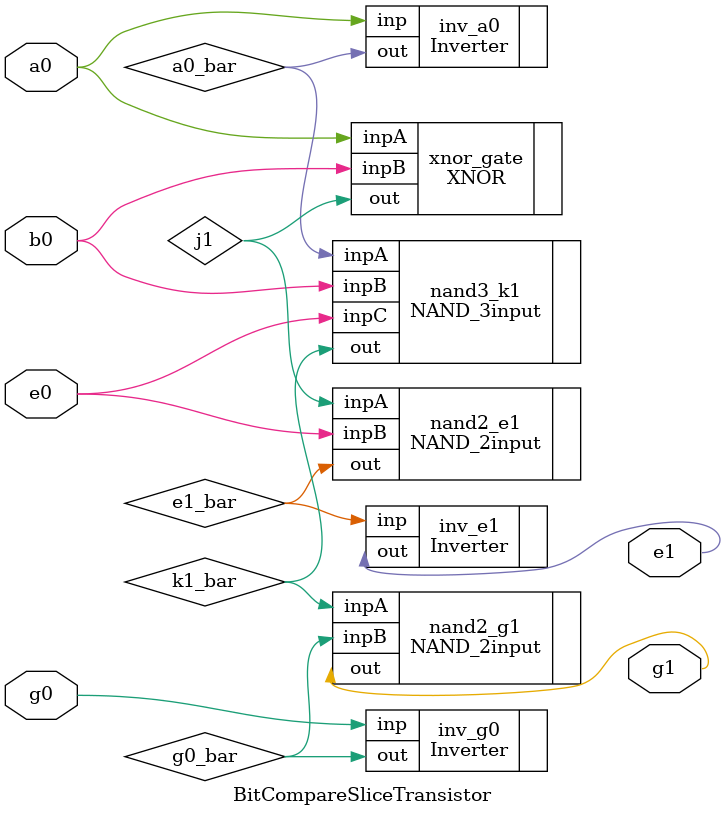
<source format=v>
`timescale 1ns/1ns
module BitCompareSliceTransistor( input a0, b0, e0, g0, output e1, g1);

	wire j1;
	
	//j1 
	XNOR xnor_gate( .inpA(a0), .inpB(b0), .out(j1) );
	
	//e1
	wire e1_bar;
	NAND_2input nand2_e1( .inpA(j1), .inpB(e0), .out(e1_bar) );

	Inverter inv_e1( .inp(e1_bar), .out(e1) );

	//k1
	wire k1_bar;
	
	wire a0_bar;
	Inverter inv_a0( .inp(a0), .out(a0_bar) );

	NAND_3input nand3_k1( .inpA(a0_bar), .inpB(b0), .inpC(e0), .out(k1_bar) );
	
	//g1
	wire g0_bar;
	Inverter inv_g0( .inp(g0), .out(g0_bar) );

	NAND_2input nand2_g1( .inpA(k1_bar), .inpB(g0_bar), .out(g1) );

endmodule
</source>
